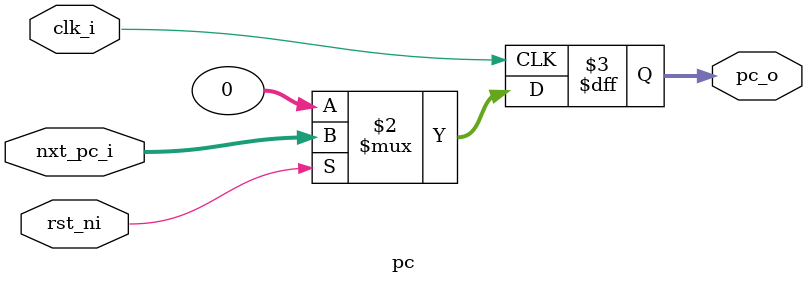
<source format=sv>
`timescale 1ns/10ps

module pc
#(
	parameter data_width = 32
)
// Input - Output:
(
	input logic [data_width-1:0] nxt_pc_i,
	input logic clk_i,
	input logic rst_ni,
	output logic [data_width-1:0] pc_o
);

always_ff @(posedge clk_i) begin: proc_pc
	pc_o = rst_ni ? nxt_pc_i : '0;
end

endmodule

</source>
